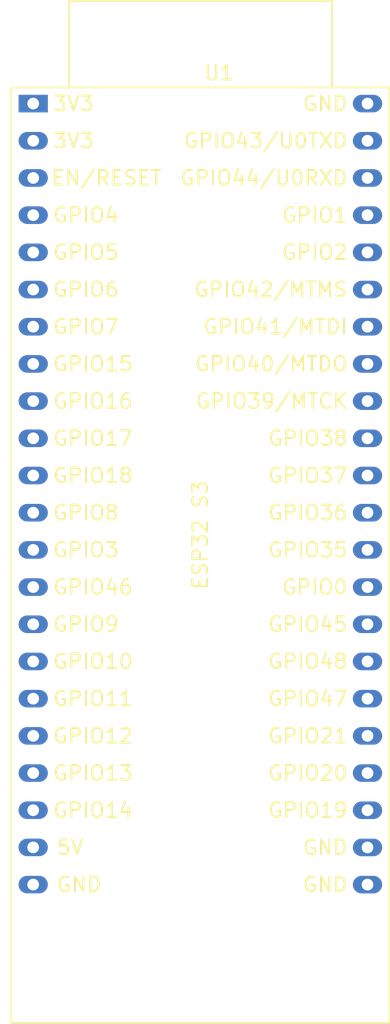
<source format=kicad_pcb>
(kicad_pcb (version 20241229) (generator "pcbnew") (generator_version "9.0")
  (title_block (title "Placa principal (ECU)") (date "2026-01-06") (rev "0.1"))
  (layers (0 "F.Cu" signal) (2 "B.Cu" signal) (13 "F.Paste" user) (15 "B.Paste" user) (5 "F.SilkS" user "F.Silkscreen") (7 "B.SilkS" user "B.Silkscreen") (1 "F.Mask" user) (3 "B.Mask" user) (25 "Edge.Cuts" user))
  (net 0 "")
  (footprint "FSAE_Kicad_Footprints:ESP32 S3" (layer "F.Cu") (at 71.64 59.78)
    (property "Reference" "U1" (at 12.7 -2.1 0) (layer "F.SilkS"))
    (property "Value" "ESP32 S3" (at 11.42632 29.46128 90) (layer "F.SilkS"))
    (fp_line (start -1.5 62.79728) (end 24.359999 62.79728) (stroke (width 0.12)) (layer "F.SilkS"))
    (fp_line (start -1.499999 -1.1) (end -1.5 62.79728) (stroke (width 0.12)) (layer "F.SilkS"))
    (fp_line (start 2.46012 -7.01312) (end 20.44332 -7.01312) (stroke (width 0.12)) (layer "F.SilkS"))
    (fp_line (start 2.46012 -1.12032) (end 2.46012 -7.01312) (stroke (width 0.12)) (layer "F.SilkS"))
    (fp_line (start 20.44332 -7.01312) (end 20.44332 -1.12032) (stroke (width 0.12)) (layer "F.SilkS"))
    (fp_line (start 24.359999 62.79728) (end 24.36 -1.1) (stroke (width 0.12)) (layer "F.SilkS"))
    (fp_line (start 24.36 -1.1) (end -1.499999 -1.1) (stroke (width 0.12)) (layer "F.SilkS"))
    (fp_text user "GPIO14" (at 1.27 48.26 0) (layer "F.SilkS") (effects (justify left)))
    (fp_text user "GPIO40/MTDO" (at 21.59 17.78 0) (layer "F.SilkS") (effects (justify right)))
    (fp_text user "GPIO7" (at 1.27 15.24 0) (layer "F.SilkS") (effects (justify left)))
    (fp_text user "GPIO6" (at 1.27 12.7 0) (layer "F.SilkS") (effects (justify left)))
    (fp_text user "GPIO5" (at 1.27 10.16 0) (layer "F.SilkS") (effects (justify left)))
    (fp_text user "GPIO37" (at 21.59 25.4 0) (layer "F.SilkS") (effects (justify right)))
    (fp_text user "GPIO8" (at 1.27 27.94 0) (layer "F.SilkS") (effects (justify left)))
    (fp_text user "GPIO38" (at 21.59 22.86 0) (layer "F.SilkS") (effects (justify right)))
    (fp_text user "GPIO21" (at 21.59 43.18 0) (layer "F.SilkS") (effects (justify right)))
    (fp_text user "GPIO19" (at 21.59 48.26 0) (layer "F.SilkS") (effects (justify right)))
    (fp_text user "GPIO44/U0RXD" (at 21.59 5.08 0) (layer "F.SilkS") (effects (justify right)))
    (fp_text user "GPIO10" (at 1.27 38.1 0) (layer "F.SilkS") (effects (justify left)))
    (fp_text user "GPIO48" (at 21.59 38.1 0) (layer "F.SilkS") (effects (justify right)))
    (fp_text user "GND" (at 1.52032 53.33728 0) (layer "F.SilkS") (effects (justify left)))
    (fp_text user "GPIO43/U0TXD" (at 21.59 2.54 0) (layer "F.SilkS") (effects (justify right)))
    (fp_text user "GND" (at 21.59 0 0) (layer "F.SilkS") (effects (justify right)))
    (fp_text user "GPIO9" (at 1.27 35.56 0) (layer "F.SilkS") (effects (justify left)))
    (fp_text user "GPIO2" (at 21.59 10.16 0) (layer "F.SilkS") (effects (justify right)))
    (fp_text user "GPIO0" (at 21.59 33.02 0) (layer "F.SilkS") (effects (justify right)))
    (fp_text user "GND" (at 21.59 50.8 0) (layer "F.SilkS") (effects (justify right)))
    (fp_text user "GPIO4" (at 1.27 7.62 0) (layer "F.SilkS") (effects (justify left)))
    (fp_text user "GPIO13" (at 1.27 45.72 0) (layer "F.SilkS") (effects (justify left)))
    (fp_text user "GPIO1" (at 21.59 7.62 0) (layer "F.SilkS") (effects (justify right)))
    (fp_text user "GPIO41/MTDI" (at 21.59 15.24 0) (layer "F.SilkS") (effects (justify right)))
    (fp_text user "GPIO45" (at 21.59 35.56 0) (layer "F.SilkS") (effects (justify right)))
    (fp_text user "GPIO39/MTCK" (at 21.59 20.32 0) (layer "F.SilkS") (effects (justify right)))
    (fp_text user "GPIO42/MTMS" (at 21.59 12.7 0) (layer "F.SilkS") (effects (justify right)))
    (fp_text user "GPIO3" (at 1.27 30.48 0) (layer "F.SilkS") (effects (justify left)))
    (fp_text user "GPIO18" (at 1.27 25.4 0) (layer "F.SilkS") (effects (justify left)))
    (fp_text user "EN/RESET" (at 8.88632 5.07728 0) (layer "F.SilkS") (effects (justify right)))
    (fp_text user "GPIO36" (at 21.59 27.94 0) (layer "F.SilkS") (effects (justify right)))
    (fp_text user "3V3" (at 1.27 2.54 0) (layer "F.SilkS") (effects (justify left)))
    (fp_text user "GPIO20" (at 21.59 45.72 0) (layer "F.SilkS") (effects (justify right)))
    (fp_text user "GPIO47" (at 21.59 40.64 0) (layer "F.SilkS") (effects (justify right)))
    (fp_text user "GPIO17" (at 1.27 22.86 0) (layer "F.SilkS") (effects (justify left)))
    (fp_text user "GPIO11" (at 1.27 40.64 0) (layer "F.SilkS") (effects (justify left)))
    (fp_text user "GND" (at 21.59 53.34 0) (layer "F.SilkS") (effects (justify right)))
    (fp_text user "GPIO16" (at 1.27 20.32 0) (layer "F.SilkS") (effects (justify left)))
    (fp_text user "GPIO12" (at 1.27 43.18 0) (layer "F.SilkS") (effects (justify left)))
    (fp_text user "GPIO46" (at 1.27 33.02 0) (layer "F.SilkS") (effects (justify left)))
    (fp_text user "GPIO15" (at 1.27 17.78 0) (layer "F.SilkS") (effects (justify left)))
    (fp_text user "3V3" (at 1.27 0 0) (layer "F.SilkS") (effects (justify left)))
    (fp_text user "GPIO35" (at 21.59 30.48 0) (layer "F.SilkS") (effects (justify right)))
    (fp_text user "5V" (at 1.52032 50.79728 0) (layer "F.SilkS") (effects (justify left)))
    (pad "1" thru_hole rect (at 0 0 270) (size 1.2 2) (drill 0.8) (layers "*.Cu" "*.Mask"))
    (pad "2" thru_hole oval (at 0 2.54 270) (size 1.2 2) (drill 0.8) (layers "*.Cu" "*.Mask"))
    (pad "3" thru_hole oval (at 0 5.08 270) (size 1.2 2) (drill 0.8) (layers "*.Cu" "*.Mask"))
    (pad "4" thru_hole oval (at 0 7.62 270) (size 1.2 2) (drill 0.8) (layers "*.Cu" "*.Mask"))
    (pad "5" thru_hole oval (at 0 10.16 270) (size 1.2 2) (drill 0.8) (layers "*.Cu" "*.Mask"))
    (pad "6" thru_hole oval (at 0 12.7 270) (size 1.2 2) (drill 0.8) (layers "*.Cu" "*.Mask"))
    (pad "7" thru_hole oval (at 0 15.24 270) (size 1.2 2) (drill 0.8) (layers "*.Cu" "*.Mask"))
    (pad "8" thru_hole oval (at 0 17.78 270) (size 1.2 2) (drill 0.8) (layers "*.Cu" "*.Mask"))
    (pad "9" thru_hole oval (at 0 20.32 270) (size 1.2 2) (drill 0.8) (layers "*.Cu" "*.Mask"))
    (pad "10" thru_hole oval (at 0 22.86 270) (size 1.2 2) (drill 0.8) (layers "*.Cu" "*.Mask"))
    (pad "11" thru_hole oval (at 0 25.4 270) (size 1.2 2) (drill 0.8) (layers "*.Cu" "*.Mask"))
    (pad "12" thru_hole oval (at 0 27.94 270) (size 1.2 2) (drill 0.8) (layers "*.Cu" "*.Mask"))
    (pad "13" thru_hole oval (at 0 30.48 270) (size 1.2 2) (drill 0.8) (layers "*.Cu" "*.Mask"))
    (pad "14" thru_hole oval (at 0 33.02 270) (size 1.2 2) (drill 0.8) (layers "*.Cu" "*.Mask"))
    (pad "15" thru_hole oval (at 0 35.56 270) (size 1.2 2) (drill 0.8) (layers "*.Cu" "*.Mask"))
    (pad "16" thru_hole oval (at 0 38.1 270) (size 1.2 2) (drill 0.8) (layers "*.Cu" "*.Mask"))
    (pad "17" thru_hole oval (at 0 40.64 270) (size 1.2 2) (drill 0.8) (layers "*.Cu" "*.Mask"))
    (pad "18" thru_hole oval (at 0 43.18 270) (size 1.2 2) (drill 0.8) (layers "*.Cu" "*.Mask"))
    (pad "19" thru_hole oval (at 0 45.72 270) (size 1.2 2) (drill 0.8) (layers "*.Cu" "*.Mask"))
    (pad "20" thru_hole oval (at -0.00368 48.25728 270) (size 1.2 2) (drill 0.8) (layers "*.Cu" "*.Mask"))
    (pad "21" thru_hole oval (at -0.00368 50.79728 270) (size 1.2 2) (drill 0.8) (layers "*.Cu" "*.Mask"))
    (pad "22" thru_hole oval (at -0.00368 53.33728 270) (size 1.2 2) (drill 0.8) (layers "*.Cu" "*.Mask"))
    (pad "23" thru_hole oval (at 22.86 53.34 270) (size 1.2 2) (drill 0.8) (layers "*.Cu" "*.Mask"))
    (pad "24" thru_hole oval (at 22.86 50.8 270) (size 1.2 2) (drill 0.8) (layers "*.Cu" "*.Mask"))
    (pad "25" thru_hole oval (at 22.86 48.26 270) (size 1.2 2) (drill 0.8) (layers "*.Cu" "*.Mask"))
    (pad "26" thru_hole oval (at 22.86 45.72 270) (size 1.2 2) (drill 0.8) (layers "*.Cu" "*.Mask"))
    (pad "27" thru_hole oval (at 22.86 43.18 270) (size 1.2 2) (drill 0.8) (layers "*.Cu" "*.Mask"))
    (pad "28" thru_hole oval (at 22.86 40.64 270) (size 1.2 2) (drill 0.8) (layers "*.Cu" "*.Mask"))
    (pad "29" thru_hole oval (at 22.86 38.1 270) (size 1.2 2) (drill 0.8) (layers "*.Cu" "*.Mask"))
    (pad "30" thru_hole oval (at 22.86 35.56 270) (size 1.2 2) (drill 0.8) (layers "*.Cu" "*.Mask"))
    (pad "31" thru_hole oval (at 22.86 33.02 270) (size 1.2 2) (drill 0.8) (layers "*.Cu" "*.Mask"))
    (pad "32" thru_hole oval (at 22.86 30.48 270) (size 1.2 2) (drill 0.8) (layers "*.Cu" "*.Mask"))
    (pad "33" thru_hole oval (at 22.86 27.94 270) (size 1.2 2) (drill 0.8) (layers "*.Cu" "*.Mask"))
    (pad "34" thru_hole oval (at 22.86 25.4 270) (size 1.2 2) (drill 0.8) (layers "*.Cu" "*.Mask"))
    (pad "35" thru_hole oval (at 22.86 22.86 270) (size 1.2 2) (drill 0.8) (layers "*.Cu" "*.Mask"))
    (pad "36" thru_hole oval (at 22.86 20.32 270) (size 1.2 2) (drill 0.8) (layers "*.Cu" "*.Mask"))
    (pad "37" thru_hole oval (at 22.86 17.78 270) (size 1.2 2) (drill 0.8) (layers "*.Cu" "*.Mask"))
    (pad "38" thru_hole oval (at 22.86 15.24 270) (size 1.2 2) (drill 0.8) (layers "*.Cu" "*.Mask"))
    (pad "39" thru_hole oval (at 22.86 12.7 270) (size 1.2 2) (drill 0.8) (layers "*.Cu" "*.Mask"))
    (pad "40" thru_hole oval (at 22.86 10.16 270) (size 1.2 2) (drill 0.8) (layers "*.Cu" "*.Mask"))
    (pad "41" thru_hole oval (at 22.86 7.62 270) (size 1.2 2) (drill 0.8) (layers "*.Cu" "*.Mask"))
    (pad "42" thru_hole oval (at 22.86 5.08 270) (size 1.2 2) (drill 0.8) (layers "*.Cu" "*.Mask"))
    (pad "43" thru_hole oval (at 22.86 2.54 270) (size 1.2 2) (drill 0.8) (layers "*.Cu" "*.Mask"))
    (pad "44" thru_hole oval (at 22.86 0 270) (size 1.2 2) (drill 0.8) (layers "*.Cu" "*.Mask"))
  )
)
</source>
